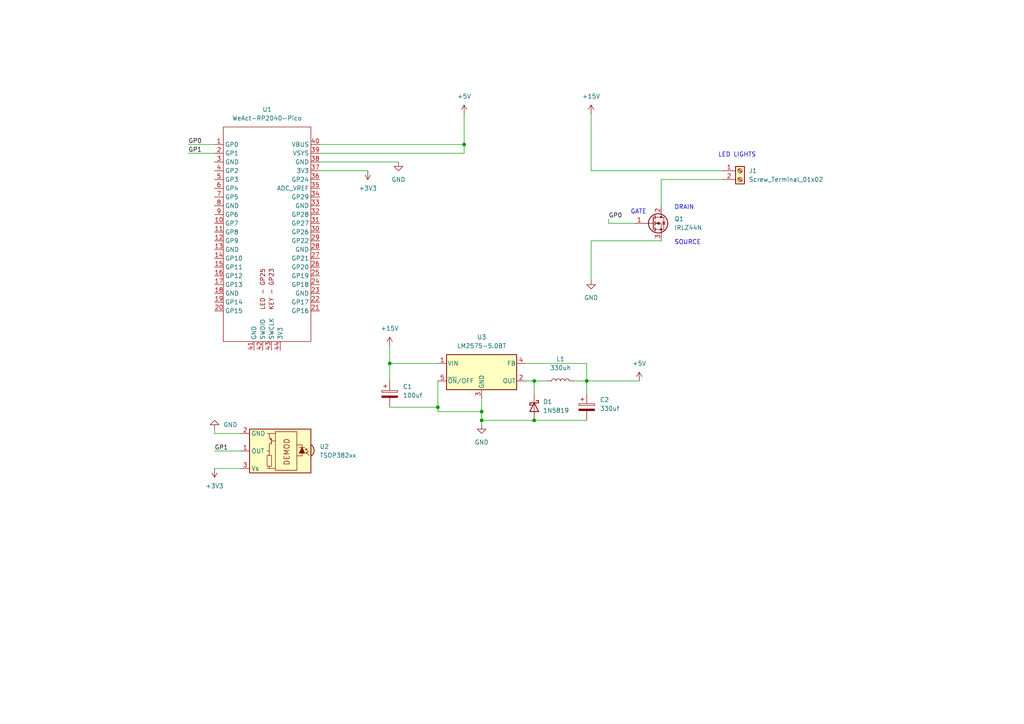
<source format=kicad_sch>
(kicad_sch (version 20211123) (generator eeschema)
  (paper "A4")
  (lib_symbols
    (symbol "Connector:Screw_Terminal_01x02" (pin_names (offset 1.016) hide)
      (property "Reference" "J" (at 0 2.54 0))
      (property "Value" "Screw_Terminal_01x02" (at 0 -5.08 0))
      (symbol "Screw_Terminal_01x02_1_1"
        (rectangle (start -1.27 1.27) (end 1.27 -3.81) (stroke (width 0.254)) (fill (type background)))
        (circle (center 0 -2.54) (radius 0.635) (stroke (width 0.1524)))
        (polyline (pts (xy -0.5334 -2.2098) (xy 0.3302 -3.048)) (stroke (width 0.1524)))
        (polyline (pts (xy -0.5334 0.3302) (xy 0.3302 -0.508)) (stroke (width 0.1524)))
        (polyline (pts (xy -0.3556 -2.032) (xy 0.508 -2.8702)) (stroke (width 0.1524)))
        (polyline (pts (xy -0.3556 0.508) (xy 0.508 -0.3302)) (stroke (width 0.1524)))
        (circle (center 0 0) (radius 0.635) (stroke (width 0.1524)))
        (pin passive line (at -5.08 0 0) (length 3.81) (name "Pin_1") (number "1"))
        (pin passive line (at -5.08 -2.54 0) (length 3.81) (name "Pin_2") (number "2"))
      )
    )
    (symbol "Device:C_Polarized" (pin_numbers hide) (pin_names (offset 0.254))
      (property "Reference" "C" (at 0.635 2.54 0))
      (property "Value" "C_Polarized" (at 0.635 -2.54 0))
      (symbol "C_Polarized_0_1"
        (rectangle (start -2.286 0.508) (end 2.286 1.016))
        (polyline (pts (xy -1.778 2.286) (xy -0.762 2.286)))
        (polyline (pts (xy -1.27 2.794) (xy -1.27 1.778)))
        (rectangle (start 2.286 -0.508) (end -2.286 -1.016) (fill (type outline)))
      )
      (symbol "C_Polarized_1_1"
        (pin passive line (at 0 3.81 270) (length 2.794) (name "~") (number "1"))
        (pin passive line (at 0 -3.81 90) (length 2.794) (name "~") (number "2"))
      )
    )
    (symbol "Device:L" (pin_numbers hide) (pin_names (offset 1.016) hide)
      (property "Reference" "L" (at -1.27 0 90))
      (property "Value" "L" (at 1.905 0 90))
      (symbol "L_0_1"
        (arc (start 0 -2.54) (mid 0.635 -1.905) (end 0 -1.27))
        (arc (start 0 -1.27) (mid 0.635 -0.635) (end 0 0))
        (arc (start 0 0) (mid 0.635 0.635) (end 0 1.27))
        (arc (start 0 1.27) (mid 0.635 1.905) (end 0 2.54))
      )
      (symbol "L_1_1"
        (pin passive line (at 0 3.81 270) (length 1.27) (name "1") (number "1"))
        (pin passive line (at 0 -3.81 90) (length 1.27) (name "2") (number "2"))
      )
    )
    (symbol "Diode:1N5819" (pin_numbers hide) (pin_names (offset 1.016) hide)
      (property "Reference" "D" (at 0 2.54 0))
      (property "Value" "1N5819" (at 0 -2.54 0))
      (symbol "1N5819_0_1"
        (polyline (pts (xy 1.27 0) (xy -1.27 0)))
        (polyline (pts (xy 1.27 1.27) (xy 1.27 -1.27) (xy -1.27 0) (xy 1.27 1.27)) (stroke (width 0.254)))
        (polyline (pts (xy -1.905 0.635) (xy -1.905 1.27) (xy -1.27 1.27) (xy -1.27 -1.27) (xy -0.635 -1.27) (xy -0.635 -0.635)) (stroke (width 0.254)))
      )
      (symbol "1N5819_1_1"
        (pin passive line (at -3.81 0 0) (length 2.54) (name "K") (number "1"))
        (pin passive line (at 3.81 0 180) (length 2.54) (name "A") (number "2"))
      )
    )
    (symbol "Interface_Optical:TSOP382xx"
      (property "Reference" "U" (at -10.16 7.62 0))
      (property "Value" "TSOP382xx" (at -10.16 -7.62 0))
      (symbol "TSOP382xx_0_0"
        (arc (start -10.287 1.397) (mid -11.0899 -0.1852) (end -10.287 -1.778) (stroke (width 0.254)) (fill (type background)))
        (polyline (pts (xy 1.905 -5.08) (xy 0.127 -5.08)))
        (polyline (pts (xy 1.905 5.08) (xy 0.127 5.08)))
        (text "DEMOD" (at -3.175 0.254 900) (effects (font (size 1.524 1.524))))
      )
      (symbol "TSOP382xx_0_1"
        (rectangle (start -6.096 5.588) (end 0.127 -5.588))
        (polyline (pts (xy -8.763 0.381) (xy -9.652 1.27)))
        (polyline (pts (xy -8.763 0.381) (xy -9.271 0.381)))
        (polyline (pts (xy -8.763 0.381) (xy -8.763 0.889)))
        (polyline (pts (xy -8.636 -0.635) (xy -9.525 0.254)))
        (polyline (pts (xy -8.636 -0.635) (xy -9.144 -0.635)))
        (polyline (pts (xy -8.636 -0.635) (xy -8.636 -0.127)))
        (polyline (pts (xy -8.382 -1.016) (xy -6.731 -1.016)))
        (polyline (pts (xy 1.27 -2.921) (xy 0.127 -2.921)))
        (polyline (pts (xy 1.27 -1.905) (xy 1.27 -3.81)))
        (polyline (pts (xy 1.397 -3.556) (xy 1.524 -3.556)))
        (polyline (pts (xy 1.651 -3.556) (xy 1.524 -3.556)))
        (polyline (pts (xy 1.651 -3.556) (xy 1.651 -3.302)))
        (polyline (pts (xy 1.905 0) (xy 1.905 1.27)))
        (polyline (pts (xy 1.905 4.445) (xy 1.905 5.08) (xy 2.54 5.08)))
        (polyline (pts (xy -8.382 0.635) (xy -6.731 0.635) (xy -7.62 -1.016) (xy -8.382 0.635)) (fill (type outline)))
        (polyline (pts (xy -6.096 1.397) (xy -7.62 1.397) (xy -7.62 -1.778) (xy -6.096 -1.778)))
        (polyline (pts (xy 1.27 -3.175) (xy 1.905 -3.81) (xy 1.905 -5.08) (xy 2.54 -5.08)))
        (polyline (pts (xy 1.27 -2.54) (xy 1.905 -1.905) (xy 1.905 0) (xy 2.54 0)))
        (rectangle (start 2.54 1.27) (end 1.27 4.445))
        (rectangle (start 7.62 6.35) (end -10.16 -6.35) (stroke (width 0.254)) (fill (type background)))
      )
      (symbol "TSOP382xx_1_1"
        (pin output line (at 10.16 0 180) (length 2.54) (name "OUT") (number "1"))
        (pin power_in line (at 10.16 -5.08 180) (length 2.54) (name "GND") (number "2"))
        (pin power_in line (at 10.16 5.08 180) (length 2.54) (name "Vs") (number "3"))
      )
    )
    (symbol "Regulator_Switching:LM2575-5.0BT" (pin_names (offset 0.254))
      (property "Reference" "U" (at -10.16 6.35 0))
      (property "Value" "LM2575-5.0BT" (at 0 6.35 0))
      (symbol "LM2575-5.0BT_0_1"
        (rectangle (start -10.16 5.08) (end 10.16 -5.08) (stroke (width 0.254)) (fill (type background)))
      )
      (symbol "LM2575-5.0BT_1_1"
        (pin power_in line (at -12.7 2.54 0) (length 2.54) (name "VIN") (number "1"))
        (pin output line (at 12.7 -2.54 180) (length 2.54) (name "OUT") (number "2"))
        (pin power_in line (at 0 -7.62 90) (length 2.54) (name "GND") (number "3"))
        (pin input line (at 12.7 2.54 180) (length 2.54) (name "FB") (number "4"))
        (pin input line (at -12.7 -2.54 0) (length 2.54) (name "~{ON}/OFF") (number "5"))
      )
    )
    (symbol "Transistor_FET:IRLZ44N" (pin_names hide)
      (property "Reference" "Q" (at 6.35 1.905 0))
      (property "Value" "IRLZ44N" (at 6.35 0 0))
      (symbol "IRLZ44N_0_1"
        (polyline (pts (xy 0.254 0) (xy -2.54 0)))
        (polyline (pts (xy 0.254 1.905) (xy 0.254 -1.905)) (stroke (width 0.254)))
        (polyline (pts (xy 0.762 -1.27) (xy 0.762 -2.286)) (stroke (width 0.254)))
        (polyline (pts (xy 0.762 0.508) (xy 0.762 -0.508)) (stroke (width 0.254)))
        (polyline (pts (xy 0.762 2.286) (xy 0.762 1.27)) (stroke (width 0.254)))
        (polyline (pts (xy 2.54 2.54) (xy 2.54 1.778)))
        (polyline (pts (xy 2.54 -2.54) (xy 2.54 0) (xy 0.762 0)))
        (polyline (pts (xy 0.762 -1.778) (xy 3.302 -1.778) (xy 3.302 1.778) (xy 0.762 1.778)))
        (polyline (pts (xy 1.016 0) (xy 2.032 0.381) (xy 2.032 -0.381) (xy 1.016 0)) (fill (type outline)))
        (polyline (pts (xy 2.794 0.508) (xy 2.921 0.381) (xy 3.683 0.381) (xy 3.81 0.254)))
        (polyline (pts (xy 3.302 0.381) (xy 2.921 -0.254) (xy 3.683 -0.254) (xy 3.302 0.381)))
        (circle (center 1.651 0) (radius 2.794) (stroke (width 0.254)))
        (circle (center 2.54 -1.778) (radius 0.254) (fill (type outline)))
        (circle (center 2.54 1.778) (radius 0.254) (fill (type outline)))
      )
      (symbol "IRLZ44N_1_1"
        (pin input line (at -5.08 0 0) (length 2.54) (name "G") (number "1"))
        (pin passive line (at 2.54 5.08 270) (length 2.54) (name "D") (number "2"))
        (pin passive line (at 2.54 -5.08 90) (length 2.54) (name "S") (number "3"))
      )
    )
    (symbol "Weact-RP2040-Pico:WeAct-RP2040-Pico"
      (property "Reference" "U" (at 0 16.51 0))
      (property "Value" "WeAct-RP2040-Pico" (at 0 19.05 0))
      (symbol "WeAct-RP2040-Pico_0_0"
        (text "KEY - GP23" (at 1.27 -26.67 900) (effects (font (size 1.27 1.27))))
        (text "LED - GP25" (at -1.27 -26.67 900) (effects (font (size 1.27 1.27))))
      )
      (symbol "WeAct-RP2040-Pico_0_1"
        (rectangle (start -12.7 20.32) (end 12.7 -41.91))
      )
      (symbol "WeAct-RP2040-Pico_1_1"
        (pin bidirectional line (at -15.24 15.24 0) (length 2.54) (name "GP0") (number "1"))
        (pin bidirectional line (at -15.24 -7.62 0) (length 2.54) (name "GP7") (number "10"))
        (pin bidirectional line (at -15.24 -10.16 0) (length 2.54) (name "GP8") (number "11"))
        (pin bidirectional line (at -15.24 -12.7 0) (length 2.54) (name "GP9") (number "12"))
        (pin bidirectional line (at -15.24 -15.24 0) (length 2.54) (name "GND") (number "13"))
        (pin bidirectional line (at -15.24 -17.78 0) (length 2.54) (name "GP10") (number "14"))
        (pin bidirectional line (at -15.24 -20.32 0) (length 2.54) (name "GP11") (number "15"))
        (pin bidirectional line (at -15.24 -22.86 0) (length 2.54) (name "GP12") (number "16"))
        (pin bidirectional line (at -15.24 -25.4 0) (length 2.54) (name "GP13") (number "17"))
        (pin bidirectional line (at -15.24 -27.94 0) (length 2.54) (name "GND") (number "18"))
        (pin bidirectional line (at -15.24 -30.48 0) (length 2.54) (name "GP14") (number "19"))
        (pin bidirectional line (at -15.24 12.7 0) (length 2.54) (name "GP1") (number "2"))
        (pin bidirectional line (at -15.24 -33.02 0) (length 2.54) (name "GP15") (number "20"))
        (pin bidirectional line (at 15.24 -33.02 180) (length 2.54) (name "GP16") (number "21"))
        (pin bidirectional line (at 15.24 -30.48 180) (length 2.54) (name "GP17") (number "22"))
        (pin bidirectional line (at 15.24 -27.94 180) (length 2.54) (name "GND") (number "23"))
        (pin bidirectional line (at 15.24 -25.4 180) (length 2.54) (name "GP18") (number "24"))
        (pin bidirectional line (at 15.24 -22.86 180) (length 2.54) (name "GP19") (number "25"))
        (pin bidirectional line (at 15.24 -20.32 180) (length 2.54) (name "GP20") (number "26"))
        (pin bidirectional line (at 15.24 -17.78 180) (length 2.54) (name "GP21") (number "27"))
        (pin bidirectional line (at 15.24 -15.24 180) (length 2.54) (name "GND") (number "28"))
        (pin bidirectional line (at 15.24 -12.7 180) (length 2.54) (name "GP22") (number "29"))
        (pin bidirectional line (at -15.24 10.16 0) (length 2.54) (name "GND") (number "3"))
        (pin bidirectional line (at 15.24 -10.16 180) (length 2.54) (name "GP26") (number "30"))
        (pin bidirectional line (at 15.24 -7.62 180) (length 2.54) (name "GP27") (number "31"))
        (pin bidirectional line (at 15.24 -5.08 180) (length 2.54) (name "GP28") (number "32"))
        (pin bidirectional line (at 15.24 -2.54 180) (length 2.54) (name "GND") (number "33"))
        (pin bidirectional line (at 15.24 0 180) (length 2.54) (name "GP29") (number "34"))
        (pin bidirectional line (at 15.24 2.54 180) (length 2.54) (name "ADC_VREF") (number "35"))
        (pin bidirectional line (at 15.24 5.08 180) (length 2.54) (name "GP24") (number "36"))
        (pin bidirectional line (at 15.24 7.62 180) (length 2.54) (name "3V3") (number "37"))
        (pin bidirectional line (at 15.24 10.16 180) (length 2.54) (name "GND") (number "38"))
        (pin bidirectional line (at 15.24 12.7 180) (length 2.54) (name "VSYS") (number "39"))
        (pin bidirectional line (at -15.24 7.62 0) (length 2.54) (name "GP2") (number "4"))
        (pin bidirectional line (at 15.24 15.24 180) (length 2.54) (name "VBUS") (number "40"))
        (pin bidirectional line (at -3.81 -44.45 90) (length 2.54) (name "GND") (number "41"))
        (pin bidirectional line (at -1.27 -44.45 90) (length 2.54) (name "SWDIO") (number "42"))
        (pin bidirectional line (at 1.27 -44.45 90) (length 2.54) (name "SWCLK") (number "43"))
        (pin bidirectional line (at 3.81 -44.45 90) (length 2.54) (name "3V3") (number "44"))
        (pin bidirectional line (at -15.24 5.08 0) (length 2.54) (name "GP3") (number "5"))
        (pin bidirectional line (at -15.24 2.54 0) (length 2.54) (name "GP4") (number "6"))
        (pin bidirectional line (at -15.24 0 0) (length 2.54) (name "GP5") (number "7"))
        (pin bidirectional line (at -15.24 -2.54 0) (length 2.54) (name "GND") (number "8"))
        (pin bidirectional line (at -15.24 -5.08 0) (length 2.54) (name "GP6") (number "9"))
      )
    )
    (symbol "power:+15V" (power) (pin_names (offset 0))
      (property "Value" "+15V" (at 0 3.556 0))
      (symbol "+15V_0_1"
        (polyline (pts (xy -0.762 1.27) (xy 0 2.54)))
        (polyline (pts (xy 0 0) (xy 0 2.54)))
        (polyline (pts (xy 0 2.54) (xy 0.762 1.27)))
      )
      (symbol "+15V_1_1"
        (pin power_in line (at 0 0 90) (length 0) hide (name "+15V") (number "1"))
      )
    )
    (symbol "power:+3V3" (power) (pin_names (offset 0))
      (property "Value" "+3V3" (at 0 3.556 0))
      (symbol "+3V3_0_1"
        (polyline (pts (xy -0.762 1.27) (xy 0 2.54)))
        (polyline (pts (xy 0 0) (xy 0 2.54)))
        (polyline (pts (xy 0 2.54) (xy 0.762 1.27)))
      )
      (symbol "+3V3_1_1"
        (pin power_in line (at 0 0 90) (length 0) hide (name "+3V3") (number "1"))
      )
    )
    (symbol "power:+5V" (power) (pin_names (offset 0))
      (property "Value" "+5V" (at 0 3.556 0))
      (symbol "+5V_0_1"
        (polyline (pts (xy -0.762 1.27) (xy 0 2.54)))
        (polyline (pts (xy 0 0) (xy 0 2.54)))
        (polyline (pts (xy 0 2.54) (xy 0.762 1.27)))
      )
      (symbol "+5V_1_1"
        (pin power_in line (at 0 0 90) (length 0) hide (name "+5V") (number "1"))
      )
    )
    (symbol "power:GND" (power) (pin_names (offset 0))
      (property "Value" "GND" (at 0 -3.81 0))
      (symbol "GND_0_1"
        (polyline (pts (xy 0 0) (xy 0 -1.27) (xy 1.27 -1.27) (xy 0 -2.54) (xy -1.27 -1.27) (xy 0 -1.27)))
      )
      (symbol "GND_1_1"
        (pin power_in line (at 0 0 270) (length 0) hide (name "GND") (number "1"))
      )
    )
  )
  (junction (at 134.62 41.91))
  (junction (at 127 118.11))
  (junction (at 154.94 110.49))
  (junction (at 139.7 119.38))
  (junction (at 170.18 110.49))
  (junction (at 113.03 105.41))
  (junction (at 139.7 121.92))
  (junction (at 154.94 121.92))
  (wire (pts (xy 166.37 110.49) (xy 170.18 110.49)))
  (wire (pts (xy 184.15 64.77) (xy 176.53 64.77)))
  (wire (pts (xy 154.94 110.49) (xy 158.75 110.49)))
  (wire (pts (xy 171.45 33.02) (xy 171.45 49.53)))
  (wire (pts (xy 127 110.49) (xy 127 118.11)))
  (wire (pts (xy 191.77 69.85) (xy 171.45 69.85)))
  (wire (pts (xy 170.18 110.49) (xy 185.42 110.49)))
  (wire (pts (xy 154.94 121.92) (xy 170.18 121.92)))
  (wire (pts (xy 113.03 118.11) (xy 127 118.11)))
  (wire (pts (xy 139.7 121.92) (xy 139.7 123.19)))
  (wire (pts (xy 170.18 110.49) (xy 170.18 114.3)))
  (wire (pts (xy 171.45 49.53) (xy 209.55 49.53)))
  (wire (pts (xy 127 118.11) (xy 127 119.38)))
  (wire (pts (xy 191.77 59.69) (xy 191.77 52.07)))
  (wire (pts (xy 54.61 44.45) (xy 62.23 44.45)))
  (wire (pts (xy 170.18 105.41) (xy 170.18 110.49)))
  (wire (pts (xy 92.71 46.99) (xy 115.57 46.99)))
  (wire (pts (xy 176.53 64.77) (xy 176.53 63.5)))
  (wire (pts (xy 152.4 110.49) (xy 154.94 110.49)))
  (wire (pts (xy 54.61 41.91) (xy 62.23 41.91)))
  (wire (pts (xy 134.62 41.91) (xy 134.62 33.02)))
  (wire (pts (xy 127 105.41) (xy 113.03 105.41)))
  (wire (pts (xy 92.71 44.45) (xy 134.62 44.45)))
  (wire (pts (xy 139.7 119.38) (xy 139.7 121.92)))
  (wire (pts (xy 171.45 69.85) (xy 171.45 81.28)))
  (wire (pts (xy 139.7 121.92) (xy 154.94 121.92)))
  (wire (pts (xy 62.23 130.81) (xy 69.85 130.81)))
  (wire (pts (xy 92.71 41.91) (xy 134.62 41.91)))
  (wire (pts (xy 113.03 100.33) (xy 113.03 105.41)))
  (wire (pts (xy 139.7 115.57) (xy 139.7 119.38)))
  (wire (pts (xy 69.85 125.73) (xy 62.23 125.73)))
  (wire (pts (xy 127 119.38) (xy 139.7 119.38)))
  (wire (pts (xy 92.71 49.53) (xy 106.68 49.53)))
  (wire (pts (xy 134.62 44.45) (xy 134.62 41.91)))
  (wire (pts (xy 62.23 135.89) (xy 69.85 135.89)))
  (wire (pts (xy 191.77 52.07) (xy 209.55 52.07)))
  (wire (pts (xy 152.4 105.41) (xy 170.18 105.41)))
  (wire (pts (xy 154.94 110.49) (xy 154.94 114.3)))
  (wire (pts (xy 62.23 125.73) (xy 62.23 124.46)))
  (wire (pts (xy 113.03 105.41) (xy 113.03 110.49)))
  (text "GATE\n" (at 182.88 62.23 0) (effects (font (size 1.27 1.27)) (justify left bottom)))
  (text "DRAIN\n" (at 195.58 60.96 0) (effects (font (size 1.27 1.27)) (justify left bottom)))
  (text "LED LIGHTS" (at 208.28 45.72 0) (effects (font (size 1.27 1.27)) (justify left bottom)))
  (text "SOURCE" (at 195.58 71.12 0) (effects (font (size 1.27 1.27)) (justify left bottom)))
  (label "GP1" (at 54.61 44.45 0))
  (label "GP0" (at 176.53 63.5 0))
  (label "GP1" (at 62.23 130.81 0))
  (label "GP0" (at 54.61 41.91 0))
  (symbol (lib_id "Device:C_Polarized") (at 170.18 118.11 0) (unit 1)
    (property "Reference" "C2" (at 173.99 115.9509 0) (effects (justify left)))
    (property "Value" "330uf" (at 173.99 118.4909 0) (effects (justify left)))
    (property "Footprint" "Capacitor_Tantalum_SMD:CP_EIA-7343-30_AVX-N" (effects hide))
  )
  (symbol (lib_id "Device:C_Polarized") (at 113.03 114.3 0) (unit 1)
    (property "Reference" "C1" (at 116.84 112.1409 0) (effects (justify left)))
    (property "Value" "100uf" (at 116.84 114.6809 0) (effects (justify left)))
    (property "Footprint" "Capacitor_Tantalum_SMD:CP_EIA-7343-30_AVX-N" (effects hide))
  )
  (symbol (lib_id "Device:L") (at 162.56 110.49 90) (unit 1)
    (property "Reference" "L1" (at 162.56 104.14 90))
    (property "Value" "330uh" (at 162.56 106.68 90))
    (property "Footprint" "Inductor_SMD:L_12x12mm_H6mm" (effects hide))
  )
  (symbol (lib_id "Connector:Screw_Terminal_01x02") (at 214.63 49.53 0) (unit 1)
    (property "Reference" "J1" (at 217.17 49.5299 0) (effects (justify left)))
    (property "Value" "Screw_Terminal_01x02" (at 217.17 52.0699 0) (effects (justify left)))
    (property "Footprint" "TerminalBlock:TerminalBlock_Altech_AK300-2_P5.00mm" (effects hide))
  )
  (symbol (lib_id "power:+5V") (at 134.62 33.02 0) (unit 1)
    (property "Reference" "#PWR06" (effects hide))
    (property "Value" "+5V" (at 134.62 27.94 0))
  )
  (symbol (lib_id "power:GND") (at 115.57 46.99 0) (unit 1)
    (property "Reference" "#PWR05" (effects hide))
    (property "Value" "GND" (at 115.57 52.07 0))
  )
  (symbol (lib_id "power:+15V") (at 171.45 33.02 0) (unit 1)
    (property "Reference" "#PWR08" (effects hide))
    (property "Value" "+15V" (at 171.45 27.94 0))
  )
  (symbol (lib_id "power:GND") (at 139.7 123.19 0) (unit 1)
    (property "Reference" "#PWR07" (effects hide))
    (property "Value" "GND" (at 139.7 128.27 0))
  )
  (symbol (lib_id "power:+15V") (at 113.03 100.33 0) (unit 1)
    (property "Reference" "#PWR04" (effects hide))
    (property "Value" "+15V" (at 113.03 95.25 0))
  )
  (symbol (lib_id "Diode:1N5819") (at 154.94 118.11 270) (unit 1)
    (property "Reference" "D1" (at 157.48 116.5224 90) (effects (justify left)))
    (property "Value" "1N5819" (at 157.48 119.0624 90) (effects (justify left)))
    (property "Footprint" "Diode_THT:D_DO-41_SOD81_P10.16mm_Horizontal" (effects hide))
    (property "Datasheet" "http://www.vishay.com/docs/88525/1n5817.pdf" (effects hide))
  )
  (symbol (lib_id "power:GND") (at 62.23 124.46 180) (unit 1)
    (property "Reference" "#PWR01" (effects hide))
    (property "Value" "GND" (at 64.77 123.1899 0) (effects (justify right)))
  )
  (symbol (lib_id "power:+3V3") (at 106.68 49.53 180) (unit 1)
    (property "Reference" "#PWR03" (effects hide))
    (property "Value" "+3V3" (at 106.68 54.61 0))
  )
  (symbol (lib_id "Transistor_FET:IRLZ44N") (at 189.23 64.77 0) (unit 1)
    (property "Reference" "Q1" (at 195.58 63.4999 0) (effects (justify left)))
    (property "Value" "IRLZ44N" (at 195.58 66.0399 0) (effects (justify left)))
    (property "Footprint" "Package_TO_SOT_THT:TO-220-3_Vertical" (effects hide))
    (property "Datasheet" "http://www.irf.com/product-info/datasheets/data/irlz44n.pdf" (effects hide))
  )
  (symbol (lib_id "power:+5V") (at 185.42 110.49 0) (unit 1)
    (property "Reference" "#PWR010" (effects hide))
    (property "Value" "+5V" (at 185.42 105.41 0))
  )
  (symbol (lib_id "power:GND") (at 171.45 81.28 0) (unit 1)
    (property "Reference" "#PWR09" (effects hide))
    (property "Value" "GND" (at 171.45 86.36 0))
  )
  (symbol (lib_id "Regulator_Switching:LM2575-5.0BT") (at 139.7 107.95 0) (unit 1)
    (property "Reference" "U3" (at 139.7 97.79 0))
    (property "Value" "LM2575-5.0BT" (at 139.7 100.33 0))
    (property "Footprint" "Package_TO_SOT_THT:TO-220-5_Vertical" (effects hide))
    (property "Datasheet" "http://ww1.microchip.com/downloads/en/DeviceDoc/lm2575.pdf" (effects hide))
  )
  (symbol (lib_id "Weact-RP2040-Pico:WeAct-RP2040-Pico") (at 77.47 57.15 0) (unit 1)
    (property "Reference" "U1" (at 77.47 31.75 0))
    (property "Value" "WeAct-RP2040-Pico" (at 77.47 34.29 0))
    (property "Footprint" "Weact-RP2040-Pico:WeAct-RP2040-Pico" (effects hide))
    (property "Datasheet" "https://github.com/WeActStudio/WeActStudio.RP2040CoreBoard/tree/master" (effects hide))
  )
  (symbol (lib_id "power:+3V3") (at 62.23 135.89 180) (unit 1)
    (property "Reference" "#PWR02" (effects hide))
    (property "Value" "+3V3" (at 62.23 140.97 0))
  )
  (symbol (lib_id "Interface_Optical:TSOP382xx") (at 80.01 130.81 180) (unit 1)
    (property "Reference" "U2" (at 92.71 129.5399 0) (effects (justify right)))
    (property "Value" "TSOP382xx" (at 92.71 132.0799 0) (effects (justify right)))
    (property "Footprint" "OptoDevice:Vishay_MINICAST-3Pin" (effects hide))
    (property "Datasheet" "http://www.vishay.com/docs/82491/tsop382.pdf" (effects hide))
  )
)
</source>
